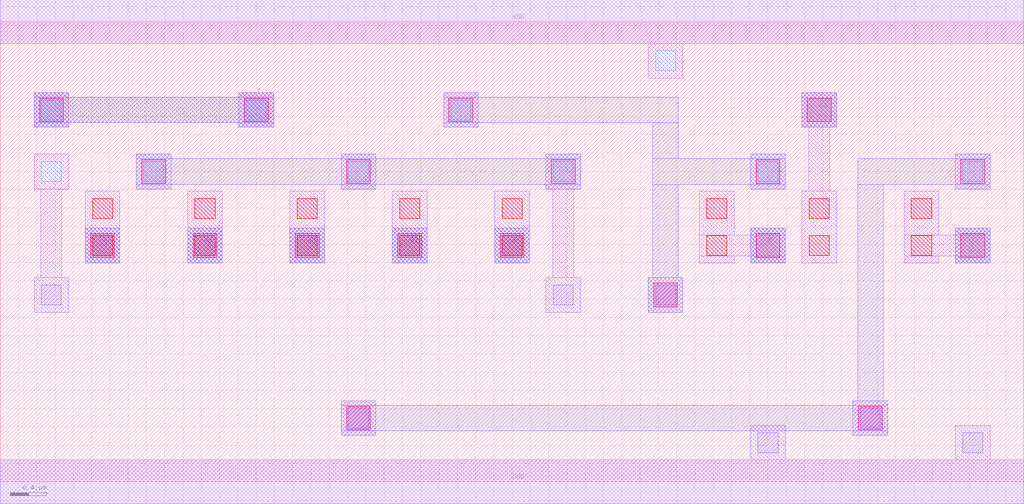
<source format=lef>
MACRO AAOOAOI3221
 CLASS CORE ;
 FOREIGN AAOOAOI3221 0 0 ;
 SIZE 11.200000000000001 BY 5.04 ;
 ORIGIN 0 0 ;
 SYMMETRY X Y R90 ;
 SITE unit ;
  PIN VDD
   DIRECTION INOUT ;
   USE POWER ;
   SHAPE ABUTMENT ;
    PORT
     CLASS CORE ;
       LAYER met1 ;
        RECT 0.00000000 4.80000000 11.20000000 5.28000000 ;
    END
  END VDD

  PIN GND
   DIRECTION INOUT ;
   USE POWER ;
   SHAPE ABUTMENT ;
    PORT
     CLASS CORE ;
       LAYER met1 ;
        RECT 0.00000000 -0.24000000 11.20000000 0.24000000 ;
    END
  END GND

  PIN Y
   DIRECTION INOUT ;
   USE SIGNAL ;
   SHAPE ABUTMENT ;
    PORT
     CLASS CORE ;
       LAYER met2 ;
        RECT 0.37000000 3.88200000 0.75000000 3.93200000 ;
        RECT 2.61000000 3.88200000 2.99000000 3.93200000 ;
        RECT 0.37000000 3.93200000 2.99000000 4.21200000 ;
        RECT 0.37000000 4.21200000 0.75000000 4.26200000 ;
        RECT 2.61000000 4.21200000 2.99000000 4.26200000 ;
    END
  END Y

  PIN B1
   DIRECTION INOUT ;
   USE SIGNAL ;
   SHAPE ABUTMENT ;
    PORT
     CLASS CORE ;
       LAYER met2 ;
        RECT 4.29000000 2.39700000 4.67000000 2.77700000 ;
    END
  END B1

  PIN C1
   DIRECTION INOUT ;
   USE SIGNAL ;
   SHAPE ABUTMENT ;
    PORT
     CLASS CORE ;
       LAYER met2 ;
        RECT 8.77000000 3.88200000 9.15000000 4.26200000 ;
    END
  END C1

  PIN A2
   DIRECTION INOUT ;
   USE SIGNAL ;
   SHAPE ABUTMENT ;
    PORT
     CLASS CORE ;
       LAYER met2 ;
        RECT 3.17000000 2.39700000 3.55000000 2.77700000 ;
    END
  END A2

  PIN B
   DIRECTION INOUT ;
   USE SIGNAL ;
   SHAPE ABUTMENT ;
    PORT
     CLASS CORE ;
       LAYER met2 ;
        RECT 5.41000000 2.39700000 5.79000000 2.77700000 ;
    END
  END B

  PIN D
   DIRECTION INOUT ;
   USE SIGNAL ;
   SHAPE ABUTMENT ;
    PORT
     CLASS CORE ;
       LAYER met2 ;
        RECT 8.21000000 2.39700000 8.59000000 2.77700000 ;
    END
  END D

  PIN C
   DIRECTION INOUT ;
   USE SIGNAL ;
   SHAPE ABUTMENT ;
    PORT
     CLASS CORE ;
       LAYER met2 ;
        RECT 10.45000000 2.39700000 10.83000000 2.77700000 ;
    END
  END C

  PIN A1
   DIRECTION INOUT ;
   USE SIGNAL ;
   SHAPE ABUTMENT ;
    PORT
     CLASS CORE ;
       LAYER met2 ;
        RECT 2.05000000 2.39700000 2.43000000 2.77700000 ;
    END
  END A1

  PIN A
   DIRECTION INOUT ;
   USE SIGNAL ;
   SHAPE ABUTMENT ;
    PORT
     CLASS CORE ;
       LAYER met2 ;
        RECT 0.93000000 2.39700000 1.31000000 2.77700000 ;
    END
  END A

 OBS
    LAYER polycont ;
     RECT 1.01000000 2.47700000 1.23000000 2.69700000 ;
     RECT 2.13000000 2.47700000 2.35000000 2.69700000 ;
     RECT 3.25000000 2.47700000 3.47000000 2.69700000 ;
     RECT 4.37000000 2.47700000 4.59000000 2.69700000 ;
     RECT 5.49000000 2.47700000 5.71000000 2.69700000 ;
     RECT 7.73000000 2.47700000 7.95000000 2.69700000 ;
     RECT 8.85000000 2.47700000 9.07000000 2.69700000 ;
     RECT 9.97000000 2.47700000 10.19000000 2.69700000 ;
     RECT 1.01000000 2.88200000 1.23000000 3.10200000 ;
     RECT 2.13000000 2.88200000 2.35000000 3.10200000 ;
     RECT 3.25000000 2.88200000 3.47000000 3.10200000 ;
     RECT 4.37000000 2.88200000 4.59000000 3.10200000 ;
     RECT 5.49000000 2.88200000 5.71000000 3.10200000 ;
     RECT 7.73000000 2.88200000 7.95000000 3.10200000 ;
     RECT 8.85000000 2.88200000 9.07000000 3.10200000 ;
     RECT 9.97000000 2.88200000 10.19000000 3.10200000 ;

    LAYER pdiffc ;
     RECT 0.45000000 3.28700000 0.67000000 3.50700000 ;
     RECT 1.57000000 3.28700000 1.79000000 3.50700000 ;
     RECT 3.81000000 3.28700000 4.03000000 3.50700000 ;
     RECT 6.05000000 3.28700000 6.27000000 3.50700000 ;
     RECT 8.29000000 3.28700000 8.51000000 3.50700000 ;
     RECT 10.53000000 3.28700000 10.75000000 3.50700000 ;
     RECT 0.45000000 3.96200000 0.67000000 4.18200000 ;
     RECT 2.69000000 3.96200000 2.91000000 4.18200000 ;
     RECT 4.93000000 3.96200000 5.15000000 4.18200000 ;
     RECT 7.17000000 4.50200000 7.39000000 4.72200000 ;

    LAYER ndiffc ;
     RECT 8.29000000 0.31700000 8.51000000 0.53700000 ;
     RECT 10.53000000 0.31700000 10.75000000 0.53700000 ;
     RECT 3.81000000 0.58700000 4.03000000 0.80700000 ;
     RECT 9.41000000 0.58700000 9.63000000 0.80700000 ;
     RECT 0.45000000 1.93700000 0.67000000 2.15700000 ;
     RECT 6.05000000 1.93700000 6.27000000 2.15700000 ;
     RECT 7.17000000 1.93700000 7.39000000 2.15700000 ;

    LAYER met1 ;
     RECT 0.00000000 -0.24000000 11.20000000 0.24000000 ;
     RECT 8.21000000 0.24000000 8.59000000 0.61700000 ;
     RECT 10.45000000 0.24000000 10.83000000 0.61700000 ;
     RECT 3.73000000 0.50700000 4.11000000 0.88700000 ;
     RECT 9.33000000 0.50700000 9.71000000 0.88700000 ;
     RECT 7.09000000 1.85700000 7.47000000 2.23700000 ;
     RECT 0.93000000 2.39700000 1.31000000 3.18200000 ;
     RECT 2.05000000 2.39700000 2.43000000 3.18200000 ;
     RECT 3.17000000 2.39700000 3.55000000 3.18200000 ;
     RECT 4.29000000 2.39700000 4.67000000 3.18200000 ;
     RECT 5.41000000 2.39700000 5.79000000 3.18200000 ;
     RECT 7.65000000 2.39700000 8.03000000 2.47200000 ;
     RECT 8.21000000 2.39700000 8.59000000 2.47200000 ;
     RECT 7.65000000 2.47200000 8.59000000 2.70200000 ;
     RECT 8.21000000 2.70200000 8.59000000 2.77700000 ;
     RECT 7.65000000 2.70200000 8.03000000 3.18200000 ;
     RECT 9.89000000 2.39700000 10.27000000 2.47200000 ;
     RECT 10.45000000 2.39700000 10.83000000 2.47200000 ;
     RECT 9.89000000 2.47200000 10.83000000 2.70200000 ;
     RECT 10.45000000 2.70200000 10.83000000 2.77700000 ;
     RECT 9.89000000 2.70200000 10.27000000 3.18200000 ;
     RECT 0.37000000 1.85700000 0.75000000 2.23700000 ;
     RECT 0.44500000 2.23700000 0.67500000 3.20700000 ;
     RECT 0.37000000 3.20700000 0.75000000 3.58700000 ;
     RECT 1.49000000 3.20700000 1.87000000 3.58700000 ;
     RECT 3.73000000 3.20700000 4.11000000 3.58700000 ;
     RECT 5.97000000 1.85700000 6.35000000 2.23700000 ;
     RECT 6.04500000 2.23700000 6.27500000 3.20700000 ;
     RECT 5.97000000 3.20700000 6.35000000 3.58700000 ;
     RECT 8.21000000 3.20700000 8.59000000 3.58700000 ;
     RECT 10.45000000 3.20700000 10.83000000 3.58700000 ;
     RECT 0.37000000 3.88200000 0.75000000 4.26200000 ;
     RECT 2.61000000 3.88200000 2.99000000 4.26200000 ;
     RECT 4.85000000 3.88200000 5.23000000 4.26200000 ;
     RECT 8.77000000 2.39700000 9.15000000 3.18200000 ;
     RECT 8.84500000 3.18200000 9.07500000 3.88200000 ;
     RECT 8.77000000 3.88200000 9.15000000 4.26200000 ;
     RECT 7.09000000 4.42200000 7.47000000 4.80000000 ;
     RECT 0.00000000 4.80000000 11.20000000 5.28000000 ;

    LAYER via1 ;
     RECT 3.79000000 0.56700000 4.05000000 0.82700000 ;
     RECT 9.39000000 0.56700000 9.65000000 0.82700000 ;
     RECT 7.15000000 1.91700000 7.41000000 2.17700000 ;
     RECT 0.99000000 2.45700000 1.25000000 2.71700000 ;
     RECT 2.11000000 2.45700000 2.37000000 2.71700000 ;
     RECT 3.23000000 2.45700000 3.49000000 2.71700000 ;
     RECT 4.35000000 2.45700000 4.61000000 2.71700000 ;
     RECT 5.47000000 2.45700000 5.73000000 2.71700000 ;
     RECT 8.27000000 2.45700000 8.53000000 2.71700000 ;
     RECT 10.51000000 2.45700000 10.77000000 2.71700000 ;
     RECT 1.55000000 3.26700000 1.81000000 3.52700000 ;
     RECT 3.79000000 3.26700000 4.05000000 3.52700000 ;
     RECT 6.03000000 3.26700000 6.29000000 3.52700000 ;
     RECT 8.27000000 3.26700000 8.53000000 3.52700000 ;
     RECT 10.51000000 3.26700000 10.77000000 3.52700000 ;
     RECT 0.43000000 3.94200000 0.69000000 4.20200000 ;
     RECT 2.67000000 3.94200000 2.93000000 4.20200000 ;
     RECT 4.91000000 3.94200000 5.17000000 4.20200000 ;
     RECT 8.83000000 3.94200000 9.09000000 4.20200000 ;

    LAYER met2 ;
     RECT 0.93000000 2.39700000 1.31000000 2.77700000 ;
     RECT 2.05000000 2.39700000 2.43000000 2.77700000 ;
     RECT 3.17000000 2.39700000 3.55000000 2.77700000 ;
     RECT 4.29000000 2.39700000 4.67000000 2.77700000 ;
     RECT 5.41000000 2.39700000 5.79000000 2.77700000 ;
     RECT 8.21000000 2.39700000 8.59000000 2.77700000 ;
     RECT 10.45000000 2.39700000 10.83000000 2.77700000 ;
     RECT 1.49000000 3.20700000 1.87000000 3.25700000 ;
     RECT 3.73000000 3.20700000 4.11000000 3.25700000 ;
     RECT 5.97000000 3.20700000 6.35000000 3.25700000 ;
     RECT 1.49000000 3.25700000 6.35000000 3.53700000 ;
     RECT 1.49000000 3.53700000 1.87000000 3.58700000 ;
     RECT 3.73000000 3.53700000 4.11000000 3.58700000 ;
     RECT 5.97000000 3.53700000 6.35000000 3.58700000 ;
     RECT 3.73000000 0.50700000 4.11000000 0.55700000 ;
     RECT 9.33000000 0.50700000 9.71000000 0.55700000 ;
     RECT 3.73000000 0.55700000 9.71000000 0.83700000 ;
     RECT 3.73000000 0.83700000 4.11000000 0.88700000 ;
     RECT 9.33000000 0.83700000 9.71000000 0.88700000 ;
     RECT 9.38000000 0.88700000 9.66000000 3.25700000 ;
     RECT 10.45000000 3.20700000 10.83000000 3.25700000 ;
     RECT 9.38000000 3.25700000 10.83000000 3.53700000 ;
     RECT 10.45000000 3.53700000 10.83000000 3.58700000 ;
     RECT 0.37000000 3.88200000 0.75000000 3.93200000 ;
     RECT 2.61000000 3.88200000 2.99000000 3.93200000 ;
     RECT 0.37000000 3.93200000 2.99000000 4.21200000 ;
     RECT 0.37000000 4.21200000 0.75000000 4.26200000 ;
     RECT 2.61000000 4.21200000 2.99000000 4.26200000 ;
     RECT 7.09000000 1.85700000 7.47000000 2.23700000 ;
     RECT 7.14000000 2.23700000 7.42000000 3.25700000 ;
     RECT 8.21000000 3.20700000 8.59000000 3.25700000 ;
     RECT 7.14000000 3.25700000 8.59000000 3.53700000 ;
     RECT 8.21000000 3.53700000 8.59000000 3.58700000 ;
     RECT 4.85000000 3.88200000 5.23000000 3.93200000 ;
     RECT 7.14000000 3.53700000 7.42000000 3.93200000 ;
     RECT 4.85000000 3.93200000 7.42000000 4.21200000 ;
     RECT 4.85000000 4.21200000 5.23000000 4.26200000 ;
     RECT 8.77000000 3.88200000 9.15000000 4.26200000 ;

 END
END AAOOAOI3221

</source>
